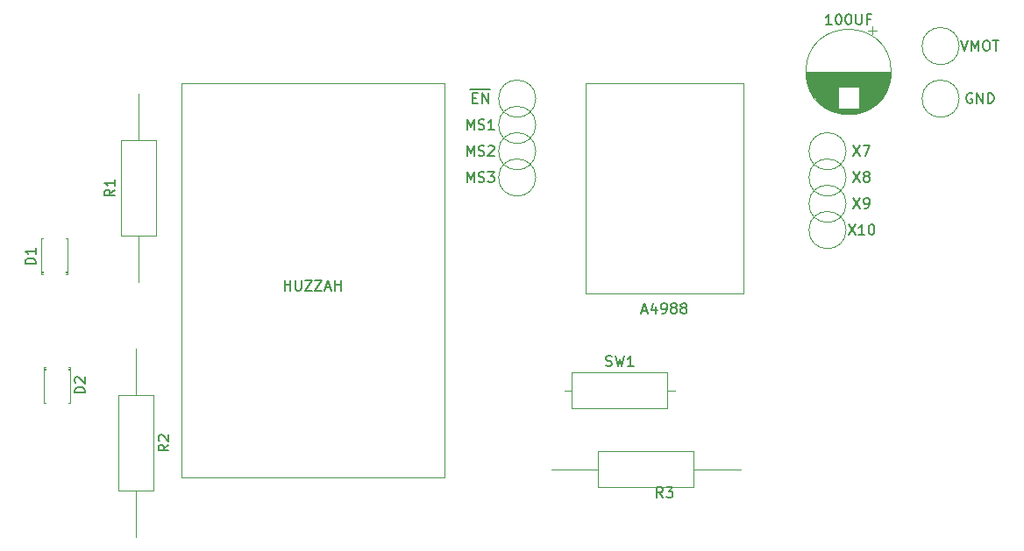
<source format=gto>
G04 #@! TF.GenerationSoftware,KiCad,Pcbnew,(5.1.10)-1*
G04 #@! TF.CreationDate,2021-11-08T21:36:16-05:00*
G04 #@! TF.ProjectId,SmartShade,536d6172-7453-4686-9164-652e6b696361,rev?*
G04 #@! TF.SameCoordinates,Original*
G04 #@! TF.FileFunction,Legend,Top*
G04 #@! TF.FilePolarity,Positive*
%FSLAX46Y46*%
G04 Gerber Fmt 4.6, Leading zero omitted, Abs format (unit mm)*
G04 Created by KiCad (PCBNEW (5.1.10)-1) date 2021-11-08 21:36:16*
%MOMM*%
%LPD*%
G01*
G04 APERTURE LIST*
%ADD10C,0.120000*%
%ADD11C,0.150000*%
G04 APERTURE END LIST*
D10*
X179245000Y-67070302D02*
X178445000Y-67070302D01*
X178845000Y-66670302D02*
X178845000Y-67470302D01*
X177063000Y-75161000D02*
X175997000Y-75161000D01*
X177298000Y-75121000D02*
X175762000Y-75121000D01*
X177478000Y-75081000D02*
X175582000Y-75081000D01*
X177628000Y-75041000D02*
X175432000Y-75041000D01*
X177759000Y-75001000D02*
X175301000Y-75001000D01*
X177876000Y-74961000D02*
X175184000Y-74961000D01*
X177983000Y-74921000D02*
X175077000Y-74921000D01*
X178082000Y-74881000D02*
X174978000Y-74881000D01*
X178175000Y-74841000D02*
X174885000Y-74841000D01*
X178261000Y-74801000D02*
X174799000Y-74801000D01*
X178343000Y-74761000D02*
X174717000Y-74761000D01*
X178420000Y-74721000D02*
X174640000Y-74721000D01*
X178494000Y-74681000D02*
X174566000Y-74681000D01*
X178564000Y-74641000D02*
X174496000Y-74641000D01*
X175490000Y-74601000D02*
X174428000Y-74601000D01*
X178632000Y-74601000D02*
X177570000Y-74601000D01*
X175490000Y-74561000D02*
X174364000Y-74561000D01*
X178696000Y-74561000D02*
X177570000Y-74561000D01*
X175490000Y-74521000D02*
X174302000Y-74521000D01*
X178758000Y-74521000D02*
X177570000Y-74521000D01*
X175490000Y-74481000D02*
X174243000Y-74481000D01*
X178817000Y-74481000D02*
X177570000Y-74481000D01*
X175490000Y-74441000D02*
X174185000Y-74441000D01*
X178875000Y-74441000D02*
X177570000Y-74441000D01*
X175490000Y-74401000D02*
X174130000Y-74401000D01*
X178930000Y-74401000D02*
X177570000Y-74401000D01*
X175490000Y-74361000D02*
X174076000Y-74361000D01*
X178984000Y-74361000D02*
X177570000Y-74361000D01*
X175490000Y-74321000D02*
X174025000Y-74321000D01*
X179035000Y-74321000D02*
X177570000Y-74321000D01*
X175490000Y-74281000D02*
X173974000Y-74281000D01*
X179086000Y-74281000D02*
X177570000Y-74281000D01*
X175490000Y-74241000D02*
X173926000Y-74241000D01*
X179134000Y-74241000D02*
X177570000Y-74241000D01*
X175490000Y-74201000D02*
X173879000Y-74201000D01*
X179181000Y-74201000D02*
X177570000Y-74201000D01*
X175490000Y-74161000D02*
X173833000Y-74161000D01*
X179227000Y-74161000D02*
X177570000Y-74161000D01*
X175490000Y-74121000D02*
X173789000Y-74121000D01*
X179271000Y-74121000D02*
X177570000Y-74121000D01*
X175490000Y-74081000D02*
X173746000Y-74081000D01*
X179314000Y-74081000D02*
X177570000Y-74081000D01*
X175490000Y-74041000D02*
X173704000Y-74041000D01*
X179356000Y-74041000D02*
X177570000Y-74041000D01*
X175490000Y-74001000D02*
X173663000Y-74001000D01*
X179397000Y-74001000D02*
X177570000Y-74001000D01*
X175490000Y-73961000D02*
X173623000Y-73961000D01*
X179437000Y-73961000D02*
X177570000Y-73961000D01*
X175490000Y-73921000D02*
X173585000Y-73921000D01*
X179475000Y-73921000D02*
X177570000Y-73921000D01*
X175490000Y-73881000D02*
X173547000Y-73881000D01*
X179513000Y-73881000D02*
X177570000Y-73881000D01*
X175490000Y-73841000D02*
X173511000Y-73841000D01*
X179549000Y-73841000D02*
X177570000Y-73841000D01*
X175490000Y-73801000D02*
X173475000Y-73801000D01*
X179585000Y-73801000D02*
X177570000Y-73801000D01*
X175490000Y-73761000D02*
X173440000Y-73761000D01*
X179620000Y-73761000D02*
X177570000Y-73761000D01*
X175490000Y-73721000D02*
X173406000Y-73721000D01*
X179654000Y-73721000D02*
X177570000Y-73721000D01*
X175490000Y-73681000D02*
X173374000Y-73681000D01*
X179686000Y-73681000D02*
X177570000Y-73681000D01*
X175490000Y-73641000D02*
X173341000Y-73641000D01*
X179719000Y-73641000D02*
X177570000Y-73641000D01*
X175490000Y-73601000D02*
X173310000Y-73601000D01*
X179750000Y-73601000D02*
X177570000Y-73601000D01*
X175490000Y-73561000D02*
X173280000Y-73561000D01*
X179780000Y-73561000D02*
X177570000Y-73561000D01*
X175490000Y-73521000D02*
X173250000Y-73521000D01*
X179810000Y-73521000D02*
X177570000Y-73521000D01*
X175490000Y-73481000D02*
X173221000Y-73481000D01*
X179839000Y-73481000D02*
X177570000Y-73481000D01*
X175490000Y-73441000D02*
X173192000Y-73441000D01*
X179868000Y-73441000D02*
X177570000Y-73441000D01*
X175490000Y-73401000D02*
X173165000Y-73401000D01*
X179895000Y-73401000D02*
X177570000Y-73401000D01*
X175490000Y-73361000D02*
X173138000Y-73361000D01*
X179922000Y-73361000D02*
X177570000Y-73361000D01*
X175490000Y-73321000D02*
X173112000Y-73321000D01*
X179948000Y-73321000D02*
X177570000Y-73321000D01*
X175490000Y-73281000D02*
X173086000Y-73281000D01*
X179974000Y-73281000D02*
X177570000Y-73281000D01*
X175490000Y-73241000D02*
X173061000Y-73241000D01*
X179999000Y-73241000D02*
X177570000Y-73241000D01*
X175490000Y-73201000D02*
X173037000Y-73201000D01*
X180023000Y-73201000D02*
X177570000Y-73201000D01*
X175490000Y-73161000D02*
X173013000Y-73161000D01*
X180047000Y-73161000D02*
X177570000Y-73161000D01*
X175490000Y-73121000D02*
X172990000Y-73121000D01*
X180070000Y-73121000D02*
X177570000Y-73121000D01*
X175490000Y-73081000D02*
X172968000Y-73081000D01*
X180092000Y-73081000D02*
X177570000Y-73081000D01*
X175490000Y-73041000D02*
X172946000Y-73041000D01*
X180114000Y-73041000D02*
X177570000Y-73041000D01*
X175490000Y-73001000D02*
X172924000Y-73001000D01*
X180136000Y-73001000D02*
X177570000Y-73001000D01*
X175490000Y-72961000D02*
X172903000Y-72961000D01*
X180157000Y-72961000D02*
X177570000Y-72961000D01*
X175490000Y-72921000D02*
X172883000Y-72921000D01*
X180177000Y-72921000D02*
X177570000Y-72921000D01*
X175490000Y-72881000D02*
X172864000Y-72881000D01*
X180196000Y-72881000D02*
X177570000Y-72881000D01*
X175490000Y-72841000D02*
X172844000Y-72841000D01*
X180216000Y-72841000D02*
X177570000Y-72841000D01*
X175490000Y-72801000D02*
X172826000Y-72801000D01*
X180234000Y-72801000D02*
X177570000Y-72801000D01*
X175490000Y-72761000D02*
X172808000Y-72761000D01*
X180252000Y-72761000D02*
X177570000Y-72761000D01*
X175490000Y-72721000D02*
X172790000Y-72721000D01*
X180270000Y-72721000D02*
X177570000Y-72721000D01*
X175490000Y-72681000D02*
X172773000Y-72681000D01*
X180287000Y-72681000D02*
X177570000Y-72681000D01*
X175490000Y-72641000D02*
X172756000Y-72641000D01*
X180304000Y-72641000D02*
X177570000Y-72641000D01*
X175490000Y-72601000D02*
X172740000Y-72601000D01*
X180320000Y-72601000D02*
X177570000Y-72601000D01*
X175490000Y-72561000D02*
X172725000Y-72561000D01*
X180335000Y-72561000D02*
X177570000Y-72561000D01*
X180351000Y-72521000D02*
X172709000Y-72521000D01*
X180365000Y-72481000D02*
X172695000Y-72481000D01*
X180380000Y-72441000D02*
X172680000Y-72441000D01*
X180393000Y-72401000D02*
X172667000Y-72401000D01*
X180407000Y-72361000D02*
X172653000Y-72361000D01*
X180419000Y-72321000D02*
X172641000Y-72321000D01*
X180432000Y-72281000D02*
X172628000Y-72281000D01*
X180444000Y-72241000D02*
X172616000Y-72241000D01*
X180455000Y-72201000D02*
X172605000Y-72201000D01*
X180466000Y-72161000D02*
X172594000Y-72161000D01*
X180477000Y-72121000D02*
X172583000Y-72121000D01*
X180487000Y-72081000D02*
X172573000Y-72081000D01*
X180497000Y-72041000D02*
X172563000Y-72041000D01*
X180506000Y-72001000D02*
X172554000Y-72001000D01*
X180515000Y-71961000D02*
X172545000Y-71961000D01*
X180524000Y-71921000D02*
X172536000Y-71921000D01*
X180532000Y-71881000D02*
X172528000Y-71881000D01*
X180540000Y-71841000D02*
X172520000Y-71841000D01*
X180547000Y-71801000D02*
X172513000Y-71801000D01*
X180554000Y-71760000D02*
X172506000Y-71760000D01*
X180560000Y-71720000D02*
X172500000Y-71720000D01*
X180567000Y-71680000D02*
X172493000Y-71680000D01*
X180572000Y-71640000D02*
X172488000Y-71640000D01*
X180578000Y-71600000D02*
X172482000Y-71600000D01*
X180582000Y-71560000D02*
X172478000Y-71560000D01*
X180587000Y-71520000D02*
X172473000Y-71520000D01*
X180591000Y-71480000D02*
X172469000Y-71480000D01*
X180595000Y-71440000D02*
X172465000Y-71440000D01*
X180598000Y-71400000D02*
X172462000Y-71400000D01*
X180601000Y-71360000D02*
X172459000Y-71360000D01*
X180604000Y-71320000D02*
X172456000Y-71320000D01*
X180606000Y-71280000D02*
X172454000Y-71280000D01*
X180607000Y-71240000D02*
X172453000Y-71240000D01*
X180609000Y-71200000D02*
X172451000Y-71200000D01*
X180610000Y-71160000D02*
X172450000Y-71160000D01*
X180610000Y-71120000D02*
X172450000Y-71120000D01*
X180610000Y-71080000D02*
X172450000Y-71080000D01*
X180650000Y-71080000D02*
G75*
G03*
X180650000Y-71080000I-4120000J0D01*
G01*
X98562000Y-90610000D02*
X98562000Y-87190000D01*
X101082000Y-90610000D02*
X101082000Y-87190000D01*
X98562000Y-90610000D02*
X98742000Y-90610000D01*
X100902000Y-90610000D02*
X101082000Y-90610000D01*
X98562000Y-87190000D02*
X98727000Y-87190000D01*
X100917000Y-87190000D02*
X101082000Y-87190000D01*
X98562000Y-90490000D02*
X98742000Y-90490000D01*
X100902000Y-90490000D02*
X101082000Y-90490000D01*
X98562000Y-90370000D02*
X98742000Y-90370000D01*
X100902000Y-90370000D02*
X101082000Y-90370000D01*
X98996000Y-99876000D02*
X98816000Y-99876000D01*
X101336000Y-99876000D02*
X101156000Y-99876000D01*
X98996000Y-99756000D02*
X98816000Y-99756000D01*
X101336000Y-99756000D02*
X101156000Y-99756000D01*
X98981000Y-103056000D02*
X98816000Y-103056000D01*
X101336000Y-103056000D02*
X101171000Y-103056000D01*
X98996000Y-99636000D02*
X98816000Y-99636000D01*
X101336000Y-99636000D02*
X101156000Y-99636000D01*
X98816000Y-99636000D02*
X98816000Y-103056000D01*
X101336000Y-99636000D02*
X101336000Y-103056000D01*
X107950000Y-73176000D02*
X107950000Y-77676000D01*
X107950000Y-91416000D02*
X107950000Y-86916000D01*
X106230000Y-77676000D02*
X106230000Y-86916000D01*
X109670000Y-77676000D02*
X106230000Y-77676000D01*
X109670000Y-86916000D02*
X109670000Y-77676000D01*
X106230000Y-86916000D02*
X109670000Y-86916000D01*
X109416000Y-102314000D02*
X105976000Y-102314000D01*
X105976000Y-102314000D02*
X105976000Y-111554000D01*
X105976000Y-111554000D02*
X109416000Y-111554000D01*
X109416000Y-111554000D02*
X109416000Y-102314000D01*
X107696000Y-97814000D02*
X107696000Y-102314000D01*
X107696000Y-116054000D02*
X107696000Y-111554000D01*
X166092000Y-109474000D02*
X161592000Y-109474000D01*
X147852000Y-109474000D02*
X152352000Y-109474000D01*
X161592000Y-107754000D02*
X152352000Y-107754000D01*
X161592000Y-111194000D02*
X161592000Y-107754000D01*
X152352000Y-111194000D02*
X161592000Y-111194000D01*
X152352000Y-107754000D02*
X152352000Y-111194000D01*
X149122000Y-101854000D02*
X149812000Y-101854000D01*
X159742000Y-101854000D02*
X159052000Y-101854000D01*
X149812000Y-103574000D02*
X159052000Y-103574000D01*
X149812000Y-100134000D02*
X149812000Y-103574000D01*
X159052000Y-100134000D02*
X149812000Y-100134000D01*
X159052000Y-103574000D02*
X159052000Y-100134000D01*
X151130000Y-92456000D02*
X151130000Y-72136000D01*
X166370000Y-92456000D02*
X151130000Y-92456000D01*
X166370000Y-72136000D02*
X166370000Y-92456000D01*
X151130000Y-72136000D02*
X166370000Y-72136000D01*
X117154001Y-72196001D02*
X137474001Y-72196001D01*
X137474001Y-72196001D02*
X137474001Y-110296001D01*
X137474001Y-110296001D02*
X117154001Y-110296001D01*
X112074001Y-110296001D02*
X112074001Y-72196001D01*
X117154001Y-72196001D02*
X112074001Y-72196001D01*
X112074001Y-72196001D02*
X112074001Y-91246001D01*
X112074001Y-91246001D02*
X112074001Y-110296001D01*
X112074001Y-110296001D02*
X117154001Y-110296001D01*
X146322051Y-73660000D02*
G75*
G03*
X146322051Y-73660000I-1796051J0D01*
G01*
X146322051Y-76200000D02*
G75*
G03*
X146322051Y-76200000I-1796051J0D01*
G01*
X146322051Y-78740000D02*
G75*
G03*
X146322051Y-78740000I-1796051J0D01*
G01*
X146322051Y-81280000D02*
G75*
G03*
X146322051Y-81280000I-1796051J0D01*
G01*
X187216051Y-68580000D02*
G75*
G03*
X187216051Y-68580000I-1796051J0D01*
G01*
X187216051Y-73660000D02*
G75*
G03*
X187216051Y-73660000I-1796051J0D01*
G01*
X176294051Y-78740000D02*
G75*
G03*
X176294051Y-78740000I-1796051J0D01*
G01*
X176294051Y-81280000D02*
G75*
G03*
X176294051Y-81280000I-1796051J0D01*
G01*
X176294051Y-83820000D02*
G75*
G03*
X176294051Y-83820000I-1796051J0D01*
G01*
X176294051Y-86360000D02*
G75*
G03*
X176294051Y-86360000I-1796051J0D01*
G01*
D11*
X174910952Y-66492380D02*
X174339523Y-66492380D01*
X174625238Y-66492380D02*
X174625238Y-65492380D01*
X174530000Y-65635238D01*
X174434761Y-65730476D01*
X174339523Y-65778095D01*
X175530000Y-65492380D02*
X175625238Y-65492380D01*
X175720476Y-65540000D01*
X175768095Y-65587619D01*
X175815714Y-65682857D01*
X175863333Y-65873333D01*
X175863333Y-66111428D01*
X175815714Y-66301904D01*
X175768095Y-66397142D01*
X175720476Y-66444761D01*
X175625238Y-66492380D01*
X175530000Y-66492380D01*
X175434761Y-66444761D01*
X175387142Y-66397142D01*
X175339523Y-66301904D01*
X175291904Y-66111428D01*
X175291904Y-65873333D01*
X175339523Y-65682857D01*
X175387142Y-65587619D01*
X175434761Y-65540000D01*
X175530000Y-65492380D01*
X176482380Y-65492380D02*
X176577619Y-65492380D01*
X176672857Y-65540000D01*
X176720476Y-65587619D01*
X176768095Y-65682857D01*
X176815714Y-65873333D01*
X176815714Y-66111428D01*
X176768095Y-66301904D01*
X176720476Y-66397142D01*
X176672857Y-66444761D01*
X176577619Y-66492380D01*
X176482380Y-66492380D01*
X176387142Y-66444761D01*
X176339523Y-66397142D01*
X176291904Y-66301904D01*
X176244285Y-66111428D01*
X176244285Y-65873333D01*
X176291904Y-65682857D01*
X176339523Y-65587619D01*
X176387142Y-65540000D01*
X176482380Y-65492380D01*
X177244285Y-65492380D02*
X177244285Y-66301904D01*
X177291904Y-66397142D01*
X177339523Y-66444761D01*
X177434761Y-66492380D01*
X177625238Y-66492380D01*
X177720476Y-66444761D01*
X177768095Y-66397142D01*
X177815714Y-66301904D01*
X177815714Y-65492380D01*
X178625238Y-65968571D02*
X178291904Y-65968571D01*
X178291904Y-66492380D02*
X178291904Y-65492380D01*
X178768095Y-65492380D01*
X98014380Y-89638095D02*
X97014380Y-89638095D01*
X97014380Y-89400000D01*
X97062000Y-89257142D01*
X97157238Y-89161904D01*
X97252476Y-89114285D01*
X97442952Y-89066666D01*
X97585809Y-89066666D01*
X97776285Y-89114285D01*
X97871523Y-89161904D01*
X97966761Y-89257142D01*
X98014380Y-89400000D01*
X98014380Y-89638095D01*
X98014380Y-88114285D02*
X98014380Y-88685714D01*
X98014380Y-88400000D02*
X97014380Y-88400000D01*
X97157238Y-88495238D01*
X97252476Y-88590476D01*
X97300095Y-88685714D01*
X102788380Y-102084095D02*
X101788380Y-102084095D01*
X101788380Y-101846000D01*
X101836000Y-101703142D01*
X101931238Y-101607904D01*
X102026476Y-101560285D01*
X102216952Y-101512666D01*
X102359809Y-101512666D01*
X102550285Y-101560285D01*
X102645523Y-101607904D01*
X102740761Y-101703142D01*
X102788380Y-101846000D01*
X102788380Y-102084095D01*
X101883619Y-101131714D02*
X101836000Y-101084095D01*
X101788380Y-100988857D01*
X101788380Y-100750761D01*
X101836000Y-100655523D01*
X101883619Y-100607904D01*
X101978857Y-100560285D01*
X102074095Y-100560285D01*
X102216952Y-100607904D01*
X102788380Y-101179333D01*
X102788380Y-100560285D01*
X105682380Y-82462666D02*
X105206190Y-82796000D01*
X105682380Y-83034095D02*
X104682380Y-83034095D01*
X104682380Y-82653142D01*
X104730000Y-82557904D01*
X104777619Y-82510285D01*
X104872857Y-82462666D01*
X105015714Y-82462666D01*
X105110952Y-82510285D01*
X105158571Y-82557904D01*
X105206190Y-82653142D01*
X105206190Y-83034095D01*
X105682380Y-81510285D02*
X105682380Y-82081714D01*
X105682380Y-81796000D02*
X104682380Y-81796000D01*
X104825238Y-81891238D01*
X104920476Y-81986476D01*
X104968095Y-82081714D01*
X110868380Y-107100666D02*
X110392190Y-107434000D01*
X110868380Y-107672095D02*
X109868380Y-107672095D01*
X109868380Y-107291142D01*
X109916000Y-107195904D01*
X109963619Y-107148285D01*
X110058857Y-107100666D01*
X110201714Y-107100666D01*
X110296952Y-107148285D01*
X110344571Y-107195904D01*
X110392190Y-107291142D01*
X110392190Y-107672095D01*
X109963619Y-106719714D02*
X109916000Y-106672095D01*
X109868380Y-106576857D01*
X109868380Y-106338761D01*
X109916000Y-106243523D01*
X109963619Y-106195904D01*
X110058857Y-106148285D01*
X110154095Y-106148285D01*
X110296952Y-106195904D01*
X110868380Y-106767333D01*
X110868380Y-106148285D01*
X158583333Y-112212380D02*
X158250000Y-111736190D01*
X158011904Y-112212380D02*
X158011904Y-111212380D01*
X158392857Y-111212380D01*
X158488095Y-111260000D01*
X158535714Y-111307619D01*
X158583333Y-111402857D01*
X158583333Y-111545714D01*
X158535714Y-111640952D01*
X158488095Y-111688571D01*
X158392857Y-111736190D01*
X158011904Y-111736190D01*
X158916666Y-111212380D02*
X159535714Y-111212380D01*
X159202380Y-111593333D01*
X159345238Y-111593333D01*
X159440476Y-111640952D01*
X159488095Y-111688571D01*
X159535714Y-111783809D01*
X159535714Y-112021904D01*
X159488095Y-112117142D01*
X159440476Y-112164761D01*
X159345238Y-112212380D01*
X159059523Y-112212380D01*
X158964285Y-112164761D01*
X158916666Y-112117142D01*
X153098666Y-99464761D02*
X153241523Y-99512380D01*
X153479619Y-99512380D01*
X153574857Y-99464761D01*
X153622476Y-99417142D01*
X153670095Y-99321904D01*
X153670095Y-99226666D01*
X153622476Y-99131428D01*
X153574857Y-99083809D01*
X153479619Y-99036190D01*
X153289142Y-98988571D01*
X153193904Y-98940952D01*
X153146285Y-98893333D01*
X153098666Y-98798095D01*
X153098666Y-98702857D01*
X153146285Y-98607619D01*
X153193904Y-98560000D01*
X153289142Y-98512380D01*
X153527238Y-98512380D01*
X153670095Y-98560000D01*
X154003428Y-98512380D02*
X154241523Y-99512380D01*
X154432000Y-98798095D01*
X154622476Y-99512380D01*
X154860571Y-98512380D01*
X155765333Y-99512380D02*
X155193904Y-99512380D01*
X155479619Y-99512380D02*
X155479619Y-98512380D01*
X155384380Y-98655238D01*
X155289142Y-98750476D01*
X155193904Y-98798095D01*
X156607142Y-94146666D02*
X157083333Y-94146666D01*
X156511904Y-94432380D02*
X156845238Y-93432380D01*
X157178571Y-94432380D01*
X157940476Y-93765714D02*
X157940476Y-94432380D01*
X157702380Y-93384761D02*
X157464285Y-94099047D01*
X158083333Y-94099047D01*
X158511904Y-94432380D02*
X158702380Y-94432380D01*
X158797619Y-94384761D01*
X158845238Y-94337142D01*
X158940476Y-94194285D01*
X158988095Y-94003809D01*
X158988095Y-93622857D01*
X158940476Y-93527619D01*
X158892857Y-93480000D01*
X158797619Y-93432380D01*
X158607142Y-93432380D01*
X158511904Y-93480000D01*
X158464285Y-93527619D01*
X158416666Y-93622857D01*
X158416666Y-93860952D01*
X158464285Y-93956190D01*
X158511904Y-94003809D01*
X158607142Y-94051428D01*
X158797619Y-94051428D01*
X158892857Y-94003809D01*
X158940476Y-93956190D01*
X158988095Y-93860952D01*
X159559523Y-93860952D02*
X159464285Y-93813333D01*
X159416666Y-93765714D01*
X159369047Y-93670476D01*
X159369047Y-93622857D01*
X159416666Y-93527619D01*
X159464285Y-93480000D01*
X159559523Y-93432380D01*
X159750000Y-93432380D01*
X159845238Y-93480000D01*
X159892857Y-93527619D01*
X159940476Y-93622857D01*
X159940476Y-93670476D01*
X159892857Y-93765714D01*
X159845238Y-93813333D01*
X159750000Y-93860952D01*
X159559523Y-93860952D01*
X159464285Y-93908571D01*
X159416666Y-93956190D01*
X159369047Y-94051428D01*
X159369047Y-94241904D01*
X159416666Y-94337142D01*
X159464285Y-94384761D01*
X159559523Y-94432380D01*
X159750000Y-94432380D01*
X159845238Y-94384761D01*
X159892857Y-94337142D01*
X159940476Y-94241904D01*
X159940476Y-94051428D01*
X159892857Y-93956190D01*
X159845238Y-93908571D01*
X159750000Y-93860952D01*
X160511904Y-93860952D02*
X160416666Y-93813333D01*
X160369047Y-93765714D01*
X160321428Y-93670476D01*
X160321428Y-93622857D01*
X160369047Y-93527619D01*
X160416666Y-93480000D01*
X160511904Y-93432380D01*
X160702380Y-93432380D01*
X160797619Y-93480000D01*
X160845238Y-93527619D01*
X160892857Y-93622857D01*
X160892857Y-93670476D01*
X160845238Y-93765714D01*
X160797619Y-93813333D01*
X160702380Y-93860952D01*
X160511904Y-93860952D01*
X160416666Y-93908571D01*
X160369047Y-93956190D01*
X160321428Y-94051428D01*
X160321428Y-94241904D01*
X160369047Y-94337142D01*
X160416666Y-94384761D01*
X160511904Y-94432380D01*
X160702380Y-94432380D01*
X160797619Y-94384761D01*
X160845238Y-94337142D01*
X160892857Y-94241904D01*
X160892857Y-94051428D01*
X160845238Y-93956190D01*
X160797619Y-93908571D01*
X160702380Y-93860952D01*
X122059715Y-92198381D02*
X122059715Y-91198381D01*
X122059715Y-91674572D02*
X122631143Y-91674572D01*
X122631143Y-92198381D02*
X122631143Y-91198381D01*
X123107334Y-91198381D02*
X123107334Y-92007905D01*
X123154953Y-92103143D01*
X123202572Y-92150762D01*
X123297810Y-92198381D01*
X123488286Y-92198381D01*
X123583524Y-92150762D01*
X123631143Y-92103143D01*
X123678762Y-92007905D01*
X123678762Y-91198381D01*
X124059715Y-91198381D02*
X124726381Y-91198381D01*
X124059715Y-92198381D01*
X124726381Y-92198381D01*
X125012096Y-91198381D02*
X125678762Y-91198381D01*
X125012096Y-92198381D01*
X125678762Y-92198381D01*
X126012096Y-91912667D02*
X126488286Y-91912667D01*
X125916858Y-92198381D02*
X126250191Y-91198381D01*
X126583524Y-92198381D01*
X126916858Y-92198381D02*
X126916858Y-91198381D01*
X126916858Y-91674572D02*
X127488286Y-91674572D01*
X127488286Y-92198381D02*
X127488286Y-91198381D01*
X139993809Y-72745000D02*
X140898571Y-72745000D01*
X140231904Y-73588571D02*
X140565238Y-73588571D01*
X140708095Y-74112380D02*
X140231904Y-74112380D01*
X140231904Y-73112380D01*
X140708095Y-73112380D01*
X140898571Y-72745000D02*
X141946190Y-72745000D01*
X141136666Y-74112380D02*
X141136666Y-73112380D01*
X141708095Y-74112380D01*
X141708095Y-73112380D01*
X139684285Y-76652380D02*
X139684285Y-75652380D01*
X140017619Y-76366666D01*
X140350952Y-75652380D01*
X140350952Y-76652380D01*
X140779523Y-76604761D02*
X140922380Y-76652380D01*
X141160476Y-76652380D01*
X141255714Y-76604761D01*
X141303333Y-76557142D01*
X141350952Y-76461904D01*
X141350952Y-76366666D01*
X141303333Y-76271428D01*
X141255714Y-76223809D01*
X141160476Y-76176190D01*
X140970000Y-76128571D01*
X140874761Y-76080952D01*
X140827142Y-76033333D01*
X140779523Y-75938095D01*
X140779523Y-75842857D01*
X140827142Y-75747619D01*
X140874761Y-75700000D01*
X140970000Y-75652380D01*
X141208095Y-75652380D01*
X141350952Y-75700000D01*
X142303333Y-76652380D02*
X141731904Y-76652380D01*
X142017619Y-76652380D02*
X142017619Y-75652380D01*
X141922380Y-75795238D01*
X141827142Y-75890476D01*
X141731904Y-75938095D01*
X139684285Y-79192380D02*
X139684285Y-78192380D01*
X140017619Y-78906666D01*
X140350952Y-78192380D01*
X140350952Y-79192380D01*
X140779523Y-79144761D02*
X140922380Y-79192380D01*
X141160476Y-79192380D01*
X141255714Y-79144761D01*
X141303333Y-79097142D01*
X141350952Y-79001904D01*
X141350952Y-78906666D01*
X141303333Y-78811428D01*
X141255714Y-78763809D01*
X141160476Y-78716190D01*
X140970000Y-78668571D01*
X140874761Y-78620952D01*
X140827142Y-78573333D01*
X140779523Y-78478095D01*
X140779523Y-78382857D01*
X140827142Y-78287619D01*
X140874761Y-78240000D01*
X140970000Y-78192380D01*
X141208095Y-78192380D01*
X141350952Y-78240000D01*
X141731904Y-78287619D02*
X141779523Y-78240000D01*
X141874761Y-78192380D01*
X142112857Y-78192380D01*
X142208095Y-78240000D01*
X142255714Y-78287619D01*
X142303333Y-78382857D01*
X142303333Y-78478095D01*
X142255714Y-78620952D01*
X141684285Y-79192380D01*
X142303333Y-79192380D01*
X139684285Y-81732380D02*
X139684285Y-80732380D01*
X140017619Y-81446666D01*
X140350952Y-80732380D01*
X140350952Y-81732380D01*
X140779523Y-81684761D02*
X140922380Y-81732380D01*
X141160476Y-81732380D01*
X141255714Y-81684761D01*
X141303333Y-81637142D01*
X141350952Y-81541904D01*
X141350952Y-81446666D01*
X141303333Y-81351428D01*
X141255714Y-81303809D01*
X141160476Y-81256190D01*
X140970000Y-81208571D01*
X140874761Y-81160952D01*
X140827142Y-81113333D01*
X140779523Y-81018095D01*
X140779523Y-80922857D01*
X140827142Y-80827619D01*
X140874761Y-80780000D01*
X140970000Y-80732380D01*
X141208095Y-80732380D01*
X141350952Y-80780000D01*
X141684285Y-80732380D02*
X142303333Y-80732380D01*
X141970000Y-81113333D01*
X142112857Y-81113333D01*
X142208095Y-81160952D01*
X142255714Y-81208571D01*
X142303333Y-81303809D01*
X142303333Y-81541904D01*
X142255714Y-81637142D01*
X142208095Y-81684761D01*
X142112857Y-81732380D01*
X141827142Y-81732380D01*
X141731904Y-81684761D01*
X141684285Y-81637142D01*
X187420476Y-68032380D02*
X187753809Y-69032380D01*
X188087142Y-68032380D01*
X188420476Y-69032380D02*
X188420476Y-68032380D01*
X188753809Y-68746666D01*
X189087142Y-68032380D01*
X189087142Y-69032380D01*
X189753809Y-68032380D02*
X189944285Y-68032380D01*
X190039523Y-68080000D01*
X190134761Y-68175238D01*
X190182380Y-68365714D01*
X190182380Y-68699047D01*
X190134761Y-68889523D01*
X190039523Y-68984761D01*
X189944285Y-69032380D01*
X189753809Y-69032380D01*
X189658571Y-68984761D01*
X189563333Y-68889523D01*
X189515714Y-68699047D01*
X189515714Y-68365714D01*
X189563333Y-68175238D01*
X189658571Y-68080000D01*
X189753809Y-68032380D01*
X190468095Y-68032380D02*
X191039523Y-68032380D01*
X190753809Y-69032380D02*
X190753809Y-68032380D01*
X188468095Y-73160000D02*
X188372857Y-73112380D01*
X188230000Y-73112380D01*
X188087142Y-73160000D01*
X187991904Y-73255238D01*
X187944285Y-73350476D01*
X187896666Y-73540952D01*
X187896666Y-73683809D01*
X187944285Y-73874285D01*
X187991904Y-73969523D01*
X188087142Y-74064761D01*
X188230000Y-74112380D01*
X188325238Y-74112380D01*
X188468095Y-74064761D01*
X188515714Y-74017142D01*
X188515714Y-73683809D01*
X188325238Y-73683809D01*
X188944285Y-74112380D02*
X188944285Y-73112380D01*
X189515714Y-74112380D01*
X189515714Y-73112380D01*
X189991904Y-74112380D02*
X189991904Y-73112380D01*
X190230000Y-73112380D01*
X190372857Y-73160000D01*
X190468095Y-73255238D01*
X190515714Y-73350476D01*
X190563333Y-73540952D01*
X190563333Y-73683809D01*
X190515714Y-73874285D01*
X190468095Y-73969523D01*
X190372857Y-74064761D01*
X190230000Y-74112380D01*
X189991904Y-74112380D01*
X176990476Y-78192380D02*
X177657142Y-79192380D01*
X177657142Y-78192380D02*
X176990476Y-79192380D01*
X177942857Y-78192380D02*
X178609523Y-78192380D01*
X178180952Y-79192380D01*
X176990476Y-80732380D02*
X177657142Y-81732380D01*
X177657142Y-80732380D02*
X176990476Y-81732380D01*
X178180952Y-81160952D02*
X178085714Y-81113333D01*
X178038095Y-81065714D01*
X177990476Y-80970476D01*
X177990476Y-80922857D01*
X178038095Y-80827619D01*
X178085714Y-80780000D01*
X178180952Y-80732380D01*
X178371428Y-80732380D01*
X178466666Y-80780000D01*
X178514285Y-80827619D01*
X178561904Y-80922857D01*
X178561904Y-80970476D01*
X178514285Y-81065714D01*
X178466666Y-81113333D01*
X178371428Y-81160952D01*
X178180952Y-81160952D01*
X178085714Y-81208571D01*
X178038095Y-81256190D01*
X177990476Y-81351428D01*
X177990476Y-81541904D01*
X178038095Y-81637142D01*
X178085714Y-81684761D01*
X178180952Y-81732380D01*
X178371428Y-81732380D01*
X178466666Y-81684761D01*
X178514285Y-81637142D01*
X178561904Y-81541904D01*
X178561904Y-81351428D01*
X178514285Y-81256190D01*
X178466666Y-81208571D01*
X178371428Y-81160952D01*
X176990476Y-83272380D02*
X177657142Y-84272380D01*
X177657142Y-83272380D02*
X176990476Y-84272380D01*
X178085714Y-84272380D02*
X178276190Y-84272380D01*
X178371428Y-84224761D01*
X178419047Y-84177142D01*
X178514285Y-84034285D01*
X178561904Y-83843809D01*
X178561904Y-83462857D01*
X178514285Y-83367619D01*
X178466666Y-83320000D01*
X178371428Y-83272380D01*
X178180952Y-83272380D01*
X178085714Y-83320000D01*
X178038095Y-83367619D01*
X177990476Y-83462857D01*
X177990476Y-83700952D01*
X178038095Y-83796190D01*
X178085714Y-83843809D01*
X178180952Y-83891428D01*
X178371428Y-83891428D01*
X178466666Y-83843809D01*
X178514285Y-83796190D01*
X178561904Y-83700952D01*
X176514285Y-85812380D02*
X177180952Y-86812380D01*
X177180952Y-85812380D02*
X176514285Y-86812380D01*
X178085714Y-86812380D02*
X177514285Y-86812380D01*
X177800000Y-86812380D02*
X177800000Y-85812380D01*
X177704761Y-85955238D01*
X177609523Y-86050476D01*
X177514285Y-86098095D01*
X178704761Y-85812380D02*
X178800000Y-85812380D01*
X178895238Y-85860000D01*
X178942857Y-85907619D01*
X178990476Y-86002857D01*
X179038095Y-86193333D01*
X179038095Y-86431428D01*
X178990476Y-86621904D01*
X178942857Y-86717142D01*
X178895238Y-86764761D01*
X178800000Y-86812380D01*
X178704761Y-86812380D01*
X178609523Y-86764761D01*
X178561904Y-86717142D01*
X178514285Y-86621904D01*
X178466666Y-86431428D01*
X178466666Y-86193333D01*
X178514285Y-86002857D01*
X178561904Y-85907619D01*
X178609523Y-85860000D01*
X178704761Y-85812380D01*
M02*

</source>
